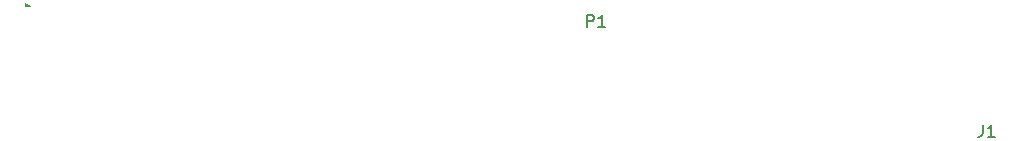
<source format=gbr>
G04 #@! TF.GenerationSoftware,KiCad,Pcbnew,5.1.5+dfsg1-2build2*
G04 #@! TF.CreationDate,2021-05-28T07:54:39+02:00*
G04 #@! TF.ProjectId,DIMMCartridge_heaters,44494d4d-4361-4727-9472-696467655f68,rev?*
G04 #@! TF.SameCoordinates,Original*
G04 #@! TF.FileFunction,Legend,Top*
G04 #@! TF.FilePolarity,Positive*
%FSLAX46Y46*%
G04 Gerber Fmt 4.6, Leading zero omitted, Abs format (unit mm)*
G04 Created by KiCad (PCBNEW 5.1.5+dfsg1-2build2) date 2021-05-28 07:54:39*
%MOMM*%
%LPD*%
G04 APERTURE LIST*
%ADD10C,0.100000*%
%ADD11C,0.150000*%
G04 APERTURE END LIST*
D10*
G36*
X58750000Y-120745000D02*
G01*
X58320000Y-120735000D01*
X58350000Y-120535000D01*
X58750000Y-120745000D01*
G37*
X58750000Y-120745000D02*
X58320000Y-120735000D01*
X58350000Y-120535000D01*
X58750000Y-120745000D01*
D11*
X139416666Y-130827380D02*
X139416666Y-131541666D01*
X139369047Y-131684523D01*
X139273809Y-131779761D01*
X139130952Y-131827380D01*
X139035714Y-131827380D01*
X140416666Y-131827380D02*
X139845238Y-131827380D01*
X140130952Y-131827380D02*
X140130952Y-130827380D01*
X140035714Y-130970238D01*
X139940476Y-131065476D01*
X139845238Y-131113095D01*
X105931904Y-122527380D02*
X105931904Y-121527380D01*
X106312857Y-121527380D01*
X106408095Y-121575000D01*
X106455714Y-121622619D01*
X106503333Y-121717857D01*
X106503333Y-121860714D01*
X106455714Y-121955952D01*
X106408095Y-122003571D01*
X106312857Y-122051190D01*
X105931904Y-122051190D01*
X107455714Y-122527380D02*
X106884285Y-122527380D01*
X107170000Y-122527380D02*
X107170000Y-121527380D01*
X107074761Y-121670238D01*
X106979523Y-121765476D01*
X106884285Y-121813095D01*
M02*

</source>
